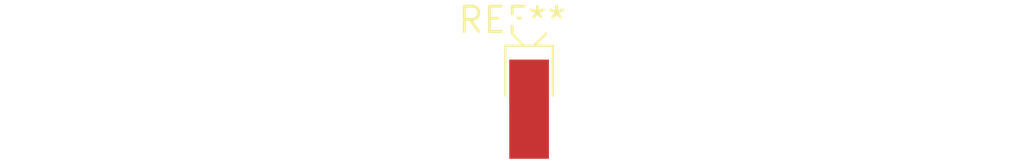
<source format=kicad_pcb>
(kicad_pcb (version 20240108) (generator pcbnew)
  (layers (0 "F.Cu" signal) (31 "B.Cu" signal) (34 "B.Paste" user) (35 "F.Paste" user) (36 "B.SilkS" user "B.Silkscreen") (37 "F.SilkS" user "F.Silkscreen") (38 "B.Mask" user) (39 "F.Mask" user) (44 "Edge.Cuts" user))
  (net 0 "")
  (footprint "Crystal_DS15_D1.5mm_L5.0mm_Horizontal_1EP_style2" (layer "F.Cu") (at 0 0)
    (property "Reference" "REF**")
    (property "Value" "Crystal_DS15_D1.5mm_L5.0mm_Horizontal_1EP_style2")
    (fp_line (start -0.35 1.3) (end 2.05 1.3) (layer "F.SilkS") (stroke (width 0.12)))
    (fp_line (start -0.35 3.8) (end -0.35 1.3) (layer "F.SilkS") (stroke (width 0.12)))
    (fp_line (start 0 0.7) (end 0 0.7) (layer "F.SilkS") (stroke (width 0.12)))
    (fp_line (start 0.6 1.3) (end 0 0.7) (layer "F.SilkS") (stroke (width 0.12)))
    (fp_line (start 1.1 1.3) (end 1.7 0.7) (layer "F.SilkS") (stroke (width 0.12)))
    (fp_line (start 1.7 0.7) (end 1.7 0.7) (layer "F.SilkS") (stroke (width 0.12)))
    (fp_line (start 2.05 1.3) (end 2.05 3.8) (layer "F.SilkS") (stroke (width 0.12)))
    (pad "1" thru_hole circle (at 0 0) (size 1 1) (drill 0.5) (layers *.Cu *.Mask) (remove_unused_layers))
    (pad "2" thru_hole circle (at 1.7 0) (size 1 1) (drill 0.5) (layers *.Cu *.Mask) (remove_unused_layers))
    (pad "3" thru_hole rect (at -0.4 4.5) (size 1 1) (drill 0.5) (layers *.Cu *.Mask) (remove_unused_layers))
    (pad "3" smd rect (at 0.85 4.5) (size 2 5) (layers "F.Cu" "F.Paste" "F.Mask"))
    (pad "3" thru_hole rect (at 2.1 4.5) (size 1 1) (drill 0.5) (layers *.Cu *.Mask) (remove_unused_layers))
  )
)
</source>
